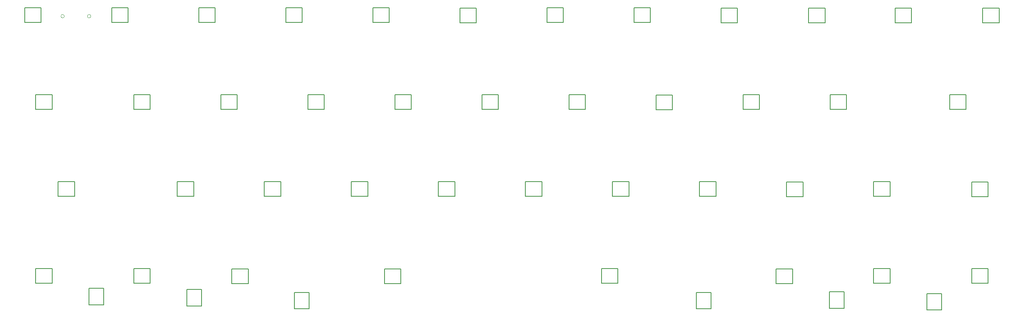
<source format=gm1>
G04*
G04 #@! TF.GenerationSoftware,Altium Limited,Altium Designer,23.0.1 (38)*
G04*
G04 Layer_Color=16711935*
%FSLAX44Y44*%
%MOMM*%
G71*
G04*
G04 #@! TF.SameCoordinates,2A03AE12-3D19-43D4-860B-1B312F968F15*
G04*
G04*
G04 #@! TF.FilePolarity,Positive*
G04*
G01*
G75*
%ADD10C,0.0051*%
%ADD11C,0.1500*%
D10*
X461090Y1070442D02*
G03*
X461090Y1070442I-3750J0D01*
G01*
X519088D02*
G03*
X519088Y1070442I-3750J0D01*
G01*
D11*
X996440Y429040D02*
Y465040D01*
X964440Y429040D02*
X996440D01*
X964440Y465040D02*
X996440D01*
X964440Y429040D02*
Y465040D01*
X761529Y435390D02*
Y471390D01*
X729529Y435390D02*
X761529D01*
X729529Y471390D02*
X761529D01*
X729529Y435390D02*
Y471390D01*
X546899Y437930D02*
Y473930D01*
X514899Y437930D02*
X546899D01*
X514899Y473930D02*
X546899D01*
X514899Y437930D02*
Y473930D01*
X2380779Y426500D02*
Y462500D01*
X2348779Y426500D02*
X2380779D01*
X2348779Y462500D02*
X2380779D01*
X2348779Y426500D02*
Y462500D01*
X2167419Y430310D02*
Y466310D01*
X2135419Y430310D02*
X2167419D01*
X2135419Y466310D02*
X2167419D01*
X2135419Y430310D02*
Y466310D01*
X1876550Y429040D02*
Y465040D01*
X1844550Y429040D02*
X1876550D01*
X1844550Y465040D02*
X1876550D01*
X1844550Y429040D02*
Y465040D01*
X2447070Y485650D02*
X2483070D01*
X2447070D02*
Y517650D01*
X2483070Y485650D02*
Y517650D01*
X2447070D02*
X2483070D01*
X2232440Y485650D02*
X2268440D01*
X2232440D02*
Y517650D01*
X2268440Y485650D02*
Y517650D01*
X2232440D02*
X2268440D01*
X2019080Y484380D02*
X2055080D01*
X2019080D02*
Y516380D01*
X2055080Y484380D02*
Y516380D01*
X2019080D02*
X2055080D01*
X1636810Y485650D02*
X1672810D01*
X1636810D02*
Y517650D01*
X1672810Y485650D02*
Y517650D01*
X1636810D02*
X1672810D01*
X1161830Y484380D02*
X1197830D01*
X1161830D02*
Y516380D01*
X1197830Y484380D02*
Y516380D01*
X1161830D02*
X1197830D01*
X827820Y484380D02*
X863820D01*
X827820D02*
Y516380D01*
X863820Y484380D02*
Y516380D01*
X827820D02*
X863820D01*
X2447070Y674880D02*
X2483070D01*
X2447070D02*
Y706880D01*
X2483070Y674880D02*
Y706880D01*
X2447070D02*
X2483070D01*
X2232440Y676150D02*
X2268440D01*
X2232440D02*
Y708150D01*
X2268440Y676150D02*
Y708150D01*
X2232440D02*
X2268440D01*
X613190Y485650D02*
X649190D01*
X613190D02*
Y517650D01*
X649190Y485650D02*
Y517650D01*
X613190D02*
X649190D01*
X398560Y485650D02*
X434560D01*
X398560D02*
Y517650D01*
X434560Y485650D02*
Y517650D01*
X398560D02*
X434560D01*
X447530Y676030D02*
X483530D01*
X447530D02*
Y708030D01*
X483530Y676030D02*
Y708030D01*
X447530D02*
X483530D01*
X2398810Y866650D02*
X2434810D01*
X2398810D02*
Y898650D01*
X2434810Y866650D02*
Y898650D01*
X2398810D02*
X2434810D01*
X2137190Y866650D02*
X2173190D01*
X2137190D02*
Y898650D01*
X2173190Y866650D02*
Y898650D01*
X2137190D02*
X2173190D01*
X1946690Y866650D02*
X1982690D01*
X1946690D02*
Y898650D01*
X1982690Y866650D02*
Y898650D01*
X1946690D02*
X1982690D01*
X1756190Y865380D02*
X1792190D01*
X1756190D02*
Y897380D01*
X1792190Y865380D02*
Y897380D01*
X1756190D02*
X1792190D01*
X1565690Y866650D02*
X1601690D01*
X1565690D02*
Y898650D01*
X1601690Y866650D02*
Y898650D01*
X1565690D02*
X1601690D01*
X1375190Y866650D02*
X1411190D01*
X1375190D02*
Y898650D01*
X1411190Y866650D02*
Y898650D01*
X1375190D02*
X1411190D01*
X1184690Y866650D02*
X1220690D01*
X1184690D02*
Y898650D01*
X1220690Y866650D02*
Y898650D01*
X1184690D02*
X1220690D01*
X994190Y866650D02*
X1030190D01*
X994190D02*
Y898650D01*
X1030190Y866650D02*
Y898650D01*
X994190D02*
X1030190D01*
X803690Y866650D02*
X839690D01*
X803690D02*
Y898650D01*
X839690Y866650D02*
Y898650D01*
X803690D02*
X839690D01*
X613190Y866650D02*
X649190D01*
X613190D02*
Y898650D01*
X649190Y866650D02*
Y898650D01*
X613190D02*
X649190D01*
X398560Y866650D02*
X434560D01*
X398560D02*
Y898650D01*
X434560Y866650D02*
Y898650D01*
X398560D02*
X434560D01*
X755430Y1057150D02*
X791430D01*
X755430D02*
Y1089150D01*
X791430Y1057150D02*
Y1089150D01*
X755430D02*
X791430D01*
X2471200Y1055880D02*
X2507200D01*
X2471200D02*
Y1087880D01*
X2507200Y1055880D02*
Y1087880D01*
X2471200D02*
X2507200D01*
X2279430Y1055880D02*
X2315430D01*
X2279430D02*
Y1087880D01*
X2315430Y1055880D02*
Y1087880D01*
X2279430D02*
X2315430D01*
X2090200Y1055880D02*
X2126200D01*
X2090200D02*
Y1087880D01*
X2126200Y1055880D02*
Y1087880D01*
X2090200D02*
X2126200D01*
X1898430Y1055880D02*
X1934430D01*
X1898430D02*
Y1087880D01*
X1934430Y1055880D02*
Y1087880D01*
X1898430D02*
X1934430D01*
X1707930Y1057150D02*
X1743930D01*
X1707930D02*
Y1089150D01*
X1743930Y1057150D02*
Y1089150D01*
X1707930D02*
X1743930D01*
X1517430Y1057150D02*
X1553430D01*
X1517430D02*
Y1089150D01*
X1553430Y1057150D02*
Y1089150D01*
X1517430D02*
X1553430D01*
X1326930Y1055880D02*
X1362930D01*
X1326930D02*
Y1087880D01*
X1362930Y1055880D02*
Y1087880D01*
X1326930D02*
X1362930D01*
X1136430Y1057150D02*
X1172430D01*
X1136430D02*
Y1089150D01*
X1172430Y1057150D02*
Y1089150D01*
X1136430D02*
X1172430D01*
X945930Y1057150D02*
X981930D01*
X945930D02*
Y1089150D01*
X981930Y1057150D02*
Y1089150D01*
X945930D02*
X981930D01*
X2041940Y674880D02*
X2077940D01*
X2041940D02*
Y706880D01*
X2077940Y674880D02*
Y706880D01*
X2041940D02*
X2077940D01*
X1851440Y676150D02*
X1887440D01*
X1851440D02*
Y708150D01*
X1887440Y676150D02*
Y708150D01*
X1851440D02*
X1887440D01*
X1660940Y676150D02*
X1696940D01*
X1660940D02*
Y708150D01*
X1696940Y676150D02*
Y708150D01*
X1660940D02*
X1696940D01*
X1470440Y676150D02*
X1506440D01*
X1470440D02*
Y708150D01*
X1506440Y676150D02*
Y708150D01*
X1470440D02*
X1506440D01*
X1279940Y676150D02*
X1315940D01*
X1279940D02*
Y708150D01*
X1315940Y676150D02*
Y708150D01*
X1279940D02*
X1315940D01*
X1089440Y676150D02*
X1125440D01*
X1089440D02*
Y708150D01*
X1125440Y676150D02*
Y708150D01*
X1089440D02*
X1125440D01*
X898940Y676150D02*
X934940D01*
X898940D02*
Y708150D01*
X934940Y676150D02*
Y708150D01*
X898940D02*
X934940D01*
X708440Y676150D02*
X744440D01*
X708440D02*
Y708150D01*
X744440Y676150D02*
Y708150D01*
X708440D02*
X744440D01*
X564930Y1057150D02*
X600930D01*
X564930D02*
Y1089150D01*
X600930Y1057150D02*
Y1089150D01*
X564930D02*
X600930D01*
X374430Y1057150D02*
X410430D01*
X374430D02*
Y1089150D01*
X410430Y1057150D02*
Y1089150D01*
X374430D02*
X410430D01*
M02*

</source>
